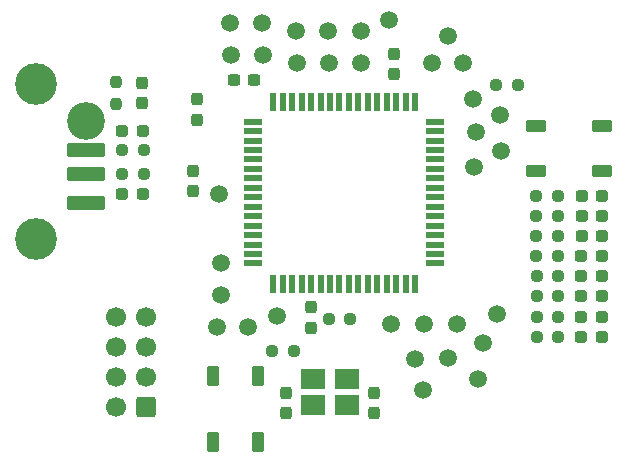
<source format=gts>
G04 #@! TF.GenerationSoftware,KiCad,Pcbnew,7.0.8-7.0.8~ubuntu22.04.1*
G04 #@! TF.CreationDate,2023-10-11T15:45:23+02:00*
G04 #@! TF.ProjectId,Pico_PCB,5069636f-5f50-4434-922e-6b696361645f,rev?*
G04 #@! TF.SameCoordinates,Original*
G04 #@! TF.FileFunction,Soldermask,Top*
G04 #@! TF.FilePolarity,Negative*
%FSLAX46Y46*%
G04 Gerber Fmt 4.6, Leading zero omitted, Abs format (unit mm)*
G04 Created by KiCad (PCBNEW 7.0.8-7.0.8~ubuntu22.04.1) date 2023-10-11 15:45:23*
%MOMM*%
%LPD*%
G01*
G04 APERTURE LIST*
G04 Aperture macros list*
%AMRoundRect*
0 Rectangle with rounded corners*
0 $1 Rounding radius*
0 $2 $3 $4 $5 $6 $7 $8 $9 X,Y pos of 4 corners*
0 Add a 4 corners polygon primitive as box body*
4,1,4,$2,$3,$4,$5,$6,$7,$8,$9,$2,$3,0*
0 Add four circle primitives for the rounded corners*
1,1,$1+$1,$2,$3*
1,1,$1+$1,$4,$5*
1,1,$1+$1,$6,$7*
1,1,$1+$1,$8,$9*
0 Add four rect primitives between the rounded corners*
20,1,$1+$1,$2,$3,$4,$5,0*
20,1,$1+$1,$4,$5,$6,$7,0*
20,1,$1+$1,$6,$7,$8,$9,0*
20,1,$1+$1,$8,$9,$2,$3,0*%
G04 Aperture macros list end*
%ADD10RoundRect,0.237500X0.287500X0.237500X-0.287500X0.237500X-0.287500X-0.237500X0.287500X-0.237500X0*%
%ADD11RoundRect,0.237500X0.250000X0.237500X-0.250000X0.237500X-0.250000X-0.237500X0.250000X-0.237500X0*%
%ADD12C,1.500000*%
%ADD13RoundRect,0.237500X-0.287500X-0.237500X0.287500X-0.237500X0.287500X0.237500X-0.287500X0.237500X0*%
%ADD14RoundRect,0.237500X0.237500X-0.300000X0.237500X0.300000X-0.237500X0.300000X-0.237500X-0.300000X0*%
%ADD15RoundRect,0.237500X-0.250000X-0.237500X0.250000X-0.237500X0.250000X0.237500X-0.250000X0.237500X0*%
%ADD16RoundRect,0.250000X0.600000X0.600000X-0.600000X0.600000X-0.600000X-0.600000X0.600000X-0.600000X0*%
%ADD17C,1.700000*%
%ADD18RoundRect,0.237500X-0.237500X0.300000X-0.237500X-0.300000X0.237500X-0.300000X0.237500X0.300000X0*%
%ADD19RoundRect,0.101600X-0.762000X0.381000X-0.762000X-0.381000X0.762000X-0.381000X0.762000X0.381000X0*%
%ADD20RoundRect,0.101600X0.381000X0.762000X-0.381000X0.762000X-0.381000X-0.762000X0.381000X-0.762000X0*%
%ADD21RoundRect,0.237500X0.237500X-0.287500X0.237500X0.287500X-0.237500X0.287500X-0.237500X-0.287500X0*%
%ADD22R,2.100000X1.800000*%
%ADD23R,1.500000X0.550000*%
%ADD24R,0.550000X1.500000*%
%ADD25RoundRect,0.237500X0.237500X-0.250000X0.237500X0.250000X-0.237500X0.250000X-0.237500X-0.250000X0*%
%ADD26RoundRect,0.237500X0.300000X0.237500X-0.300000X0.237500X-0.300000X-0.237500X0.300000X-0.237500X0*%
%ADD27C,3.202940*%
%ADD28RoundRect,0.101600X-1.499870X-0.449580X1.499870X-0.449580X1.499870X0.449580X-1.499870X0.449580X0*%
%ADD29C,3.530600*%
G04 APERTURE END LIST*
D10*
X281125000Y-43200000D03*
X279375000Y-43200000D03*
D11*
X242345345Y-29402420D03*
X240520345Y-29402420D03*
D12*
X263238000Y-42160000D03*
D10*
X281125000Y-36350000D03*
X279375000Y-36350000D03*
D12*
X251200000Y-42400000D03*
X248700000Y-31100000D03*
D13*
X240520345Y-31102420D03*
X242270345Y-31102420D03*
D10*
X281150000Y-32950000D03*
X279400000Y-32950000D03*
X281150000Y-34650000D03*
X279400000Y-34650000D03*
D12*
X266000000Y-47700000D03*
X266032000Y-42160000D03*
X255250000Y-17300000D03*
D13*
X240520345Y-25752420D03*
X242270345Y-25752420D03*
D11*
X255050000Y-44400000D03*
X253225000Y-44400000D03*
D10*
X281125000Y-41500000D03*
X279375000Y-41500000D03*
D12*
X252400000Y-19350000D03*
X258000000Y-20000000D03*
D14*
X254400000Y-49662500D03*
X254400000Y-47937500D03*
D12*
X248850000Y-39700000D03*
D15*
X272175000Y-21900000D03*
X274000000Y-21900000D03*
D12*
X248850000Y-37000000D03*
D14*
X263550000Y-20962500D03*
X263550000Y-19237500D03*
D16*
X242550000Y-49170000D03*
D17*
X240010000Y-49170000D03*
X242550000Y-46630000D03*
X240010000Y-46630000D03*
X242550000Y-44090000D03*
X240010000Y-44090000D03*
X242550000Y-41550000D03*
X240010000Y-41550000D03*
D12*
X268050000Y-17750000D03*
X272500000Y-24400000D03*
X266700000Y-20000000D03*
X263100000Y-16400000D03*
D18*
X246500000Y-29137500D03*
X246500000Y-30862500D03*
D14*
X246850000Y-24825000D03*
X246850000Y-23100000D03*
D15*
X275600000Y-41500000D03*
X277425000Y-41500000D03*
D11*
X259812500Y-41687500D03*
X257987500Y-41687500D03*
D15*
X275600000Y-43200000D03*
X277425000Y-43200000D03*
D18*
X256500000Y-40700000D03*
X256500000Y-42425000D03*
D15*
X275600000Y-38050000D03*
X277425000Y-38050000D03*
D12*
X271050000Y-43700000D03*
D10*
X281150000Y-31250000D03*
X279400000Y-31250000D03*
D19*
X281100000Y-29150000D03*
X275512000Y-29150000D03*
X281100000Y-25340000D03*
X275512000Y-25340000D03*
D10*
X281125000Y-38050000D03*
X279375000Y-38050000D03*
D12*
X255300000Y-20000000D03*
X260700000Y-17300000D03*
D15*
X275575000Y-36350000D03*
X277400000Y-36350000D03*
D20*
X248200000Y-52100000D03*
X248200000Y-46512000D03*
X252010000Y-52100000D03*
X252010000Y-46512000D03*
D12*
X269400000Y-20000000D03*
X249650000Y-16650000D03*
X270500000Y-25900000D03*
X249700000Y-19350000D03*
D21*
X242151320Y-23450000D03*
X242151320Y-21700000D03*
D12*
X257950000Y-17300000D03*
D15*
X275562500Y-31250000D03*
X277387500Y-31250000D03*
D18*
X261800000Y-47937500D03*
X261800000Y-49662500D03*
D12*
X265300000Y-45050000D03*
X270600000Y-46750000D03*
D15*
X275600000Y-39750000D03*
X277425000Y-39750000D03*
D11*
X242345345Y-27402420D03*
X240520345Y-27402420D03*
D22*
X259550000Y-46800000D03*
X256650000Y-46800000D03*
X256650000Y-49000000D03*
X259550000Y-49000000D03*
D12*
X252350000Y-16650000D03*
X253600000Y-41450000D03*
D23*
X251600000Y-25000000D03*
X251600000Y-25800000D03*
X251600000Y-26600000D03*
X251600000Y-27400000D03*
X251600000Y-28200000D03*
X251600000Y-29000000D03*
X251600000Y-29800000D03*
X251600000Y-30600000D03*
X251600000Y-31400000D03*
X251600000Y-32200000D03*
X251600000Y-33000000D03*
X251600000Y-33800000D03*
X251600000Y-34600000D03*
X251600000Y-35400000D03*
X251600000Y-36200000D03*
X251600000Y-37000000D03*
D24*
X253300000Y-38700000D03*
X254100000Y-38700000D03*
X254900000Y-38700000D03*
X255700000Y-38700000D03*
X256500000Y-38700000D03*
X257300000Y-38700000D03*
X258100000Y-38700000D03*
X258900000Y-38700000D03*
X259700000Y-38700000D03*
X260500000Y-38700000D03*
X261300000Y-38700000D03*
X262100000Y-38700000D03*
X262900000Y-38700000D03*
X263700000Y-38700000D03*
X264500000Y-38700000D03*
X265300000Y-38700000D03*
D23*
X267000000Y-37000000D03*
X267000000Y-36200000D03*
X267000000Y-35400000D03*
X267000000Y-34600000D03*
X267000000Y-33800000D03*
X267000000Y-33000000D03*
X267000000Y-32200000D03*
X267000000Y-31400000D03*
X267000000Y-30600000D03*
X267000000Y-29800000D03*
X267000000Y-29000000D03*
X267000000Y-28200000D03*
X267000000Y-27400000D03*
X267000000Y-26600000D03*
X267000000Y-25800000D03*
X267000000Y-25000000D03*
D24*
X265300000Y-23300000D03*
X264500000Y-23300000D03*
X263700000Y-23300000D03*
X262900000Y-23300000D03*
X262100000Y-23300000D03*
X261300000Y-23300000D03*
X260500000Y-23300000D03*
X259700000Y-23300000D03*
X258900000Y-23300000D03*
X258100000Y-23300000D03*
X257300000Y-23300000D03*
X256500000Y-23300000D03*
X255700000Y-23300000D03*
X254900000Y-23300000D03*
X254100000Y-23300000D03*
X253300000Y-23300000D03*
D12*
X272600000Y-27500000D03*
X270200000Y-23100000D03*
X248550000Y-42400000D03*
D15*
X275562500Y-32950000D03*
X277387500Y-32950000D03*
D12*
X272250000Y-41300000D03*
D25*
X240001320Y-23475000D03*
X240001320Y-21650000D03*
D12*
X260700000Y-20000000D03*
D26*
X251700000Y-21450000D03*
X249975000Y-21450000D03*
D27*
X237401320Y-24904840D03*
D28*
X237401320Y-27404200D03*
X237401320Y-29400640D03*
X237401320Y-31900000D03*
D29*
X233190000Y-21836520D03*
X233190000Y-34968320D03*
D12*
X270300000Y-28800000D03*
X268826000Y-42160000D03*
D15*
X275575000Y-34650000D03*
X277400000Y-34650000D03*
D10*
X281125000Y-39750000D03*
X279375000Y-39750000D03*
D12*
X268100000Y-45000000D03*
M02*

</source>
